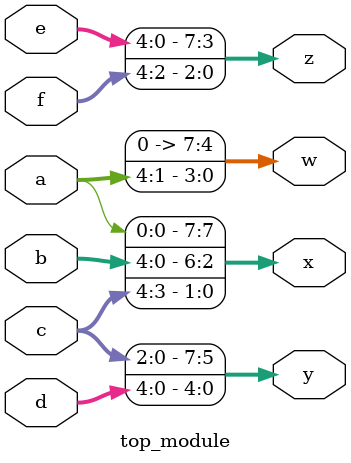
<source format=sv>
module top_module (
	input [4:0] a,
	input [4:0] b,
	input [4:0] c,
	input [4:0] d,
	input [4:0] e,
	input [4:0] f,
	output [7:0] w,
	output [7:0] x,
	output [7:0] y,
	output [7:0] z
);

	assign {w, x, y, z, 1'b1, 1'b1} = {a, b, c, d, e, f};
	
endmodule

</source>
